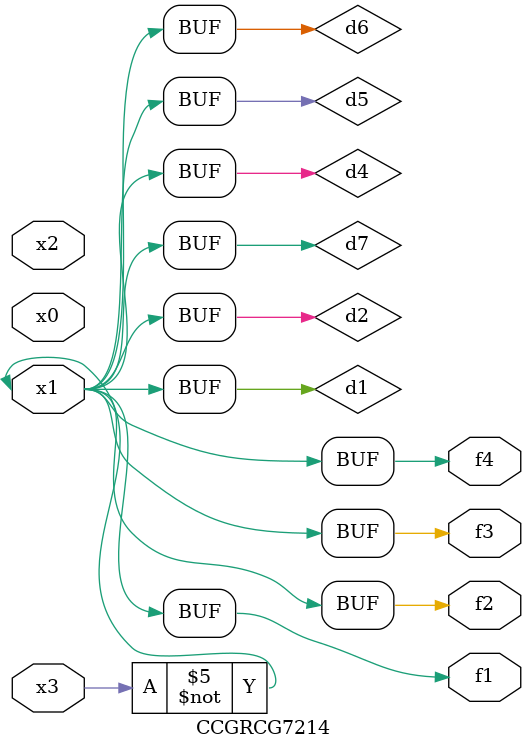
<source format=v>
module CCGRCG7214(
	input x0, x1, x2, x3,
	output f1, f2, f3, f4
);

	wire d1, d2, d3, d4, d5, d6, d7;

	not (d1, x3);
	buf (d2, x1);
	xnor (d3, d1, d2);
	nor (d4, d1);
	buf (d5, d1, d2);
	buf (d6, d4, d5);
	nand (d7, d4);
	assign f1 = d6;
	assign f2 = d7;
	assign f3 = d6;
	assign f4 = d6;
endmodule

</source>
